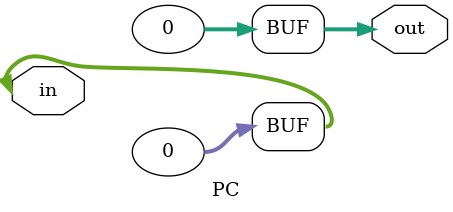
<source format=v>
module PC (in, out);
    input [31:0] in;
    output [31:0] out;

    reg [31:0] out;

    initial 
        out = 0;

    assign out = in;

endmodule
</source>
